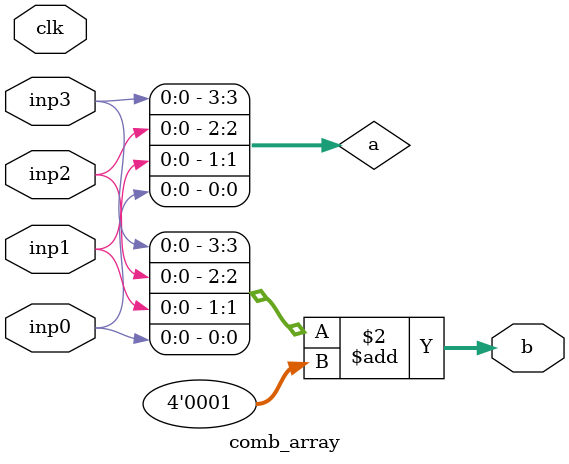
<source format=sv>
module comb_array(input logic clk,
                  input logic inp0,
                  input logic inp1,
                  input logic inp2,
                  input logic inp3,
                  output logic[3:0] b);

logic[3:0] a;

always_comb begin
  a[0] = inp0;
  a[1] = inp1;
  a[2] = inp2;
  a[3] = inp3;
  b = a + 4'd1;
end

endmodule

</source>
